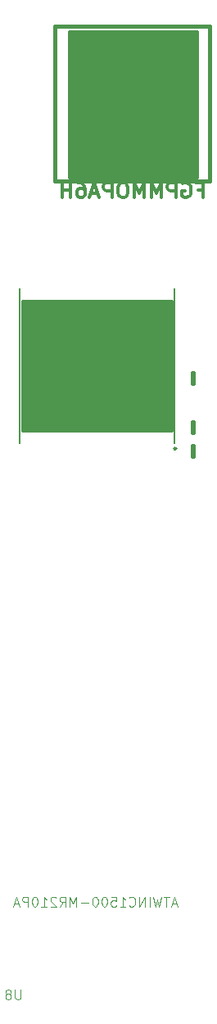
<source format=gbr>
G04 #@! TF.FileFunction,Legend,Bot*
%FSLAX46Y46*%
G04 Gerber Fmt 4.6, Leading zero omitted, Abs format (unit mm)*
G04 Created by KiCad (PCBNEW 4.0.6) date 06/09/17 17:37:38*
%MOMM*%
%LPD*%
G01*
G04 APERTURE LIST*
%ADD10C,0.100000*%
%ADD11C,0.300000*%
%ADD12C,0.150000*%
%ADD13C,0.381000*%
%ADD14C,0.304800*%
%ADD15C,0.050000*%
%ADD16C,0.254000*%
G04 APERTURE END LIST*
D10*
D11*
X20870711Y30770000D02*
G75*
G03X20870711Y30770000I-70711J0D01*
G01*
D12*
X20700000Y31370000D02*
X20700000Y47370000D01*
X4700000Y31370000D02*
X4700000Y47370000D01*
D13*
X8382000Y66403220D02*
X8382000Y58402220D01*
X8382000Y58402220D02*
X24384000Y58402220D01*
X24384000Y58402220D02*
X24384000Y72402700D01*
X24384000Y72402700D02*
X24384000Y74404220D01*
X24384000Y74404220D02*
X8382000Y74404220D01*
X8382000Y74404220D02*
X8382000Y66403220D01*
D14*
X17349143Y67461791D02*
X17349143Y66228077D01*
X17276571Y66082934D01*
X17204000Y66010363D01*
X17058857Y65937791D01*
X16768571Y65937791D01*
X16623429Y66010363D01*
X16550857Y66082934D01*
X16478286Y66228077D01*
X16478286Y67461791D01*
X15897715Y67461791D02*
X14881715Y67461791D01*
X15534858Y65937791D01*
X23168428Y57512857D02*
X23676428Y57512857D01*
X23676428Y56714571D02*
X23676428Y58238571D01*
X22950714Y58238571D01*
X21571856Y58166000D02*
X21716999Y58238571D01*
X21934713Y58238571D01*
X22152428Y58166000D01*
X22297570Y58020857D01*
X22370142Y57875714D01*
X22442713Y57585429D01*
X22442713Y57367714D01*
X22370142Y57077429D01*
X22297570Y56932286D01*
X22152428Y56787143D01*
X21934713Y56714571D01*
X21789570Y56714571D01*
X21571856Y56787143D01*
X21499285Y56859714D01*
X21499285Y57367714D01*
X21789570Y57367714D01*
X20846142Y56714571D02*
X20846142Y58238571D01*
X20265570Y58238571D01*
X20120428Y58166000D01*
X20047856Y58093429D01*
X19975285Y57948286D01*
X19975285Y57730571D01*
X20047856Y57585429D01*
X20120428Y57512857D01*
X20265570Y57440286D01*
X20846142Y57440286D01*
X19322142Y56714571D02*
X19322142Y58238571D01*
X18814142Y57150000D01*
X18306142Y58238571D01*
X18306142Y56714571D01*
X17580428Y56714571D02*
X17580428Y58238571D01*
X17072428Y57150000D01*
X16564428Y58238571D01*
X16564428Y56714571D01*
X15548428Y58238571D02*
X15258142Y58238571D01*
X15113000Y58166000D01*
X14967857Y58020857D01*
X14895285Y57730571D01*
X14895285Y57222571D01*
X14967857Y56932286D01*
X15113000Y56787143D01*
X15258142Y56714571D01*
X15548428Y56714571D01*
X15693571Y56787143D01*
X15838714Y56932286D01*
X15911285Y57222571D01*
X15911285Y57730571D01*
X15838714Y58020857D01*
X15693571Y58166000D01*
X15548428Y58238571D01*
X14242143Y56714571D02*
X14242143Y58238571D01*
X13661571Y58238571D01*
X13516429Y58166000D01*
X13443857Y58093429D01*
X13371286Y57948286D01*
X13371286Y57730571D01*
X13443857Y57585429D01*
X13516429Y57512857D01*
X13661571Y57440286D01*
X14242143Y57440286D01*
X12790714Y57150000D02*
X12065000Y57150000D01*
X12935857Y56714571D02*
X12427857Y58238571D01*
X11919857Y56714571D01*
X10758714Y58238571D02*
X11049000Y58238571D01*
X11194143Y58166000D01*
X11266714Y58093429D01*
X11411857Y57875714D01*
X11484428Y57585429D01*
X11484428Y57004857D01*
X11411857Y56859714D01*
X11339285Y56787143D01*
X11194143Y56714571D01*
X10903857Y56714571D01*
X10758714Y56787143D01*
X10686143Y56859714D01*
X10613571Y57004857D01*
X10613571Y57367714D01*
X10686143Y57512857D01*
X10758714Y57585429D01*
X10903857Y57658000D01*
X11194143Y57658000D01*
X11339285Y57585429D01*
X11411857Y57512857D01*
X11484428Y57367714D01*
X9960428Y56714571D02*
X9960428Y58238571D01*
X9960428Y57512857D02*
X9089571Y57512857D01*
X9089571Y56714571D02*
X9089571Y58238571D01*
X10164571Y59211391D02*
X11035428Y59211391D01*
X10600000Y59211391D02*
X10600000Y60735391D01*
X10745143Y60517677D01*
X10890285Y60372534D01*
X11035428Y60299963D01*
D15*
X4813805Y-25151612D02*
X4813805Y-25961136D01*
X4766186Y-26056374D01*
X4718567Y-26103993D01*
X4623329Y-26151612D01*
X4432852Y-26151612D01*
X4337614Y-26103993D01*
X4289995Y-26056374D01*
X4242376Y-25961136D01*
X4242376Y-25151612D01*
X3623329Y-25580183D02*
X3718567Y-25532564D01*
X3766186Y-25484945D01*
X3813805Y-25389707D01*
X3813805Y-25342088D01*
X3766186Y-25246850D01*
X3718567Y-25199231D01*
X3623329Y-25151612D01*
X3432852Y-25151612D01*
X3337614Y-25199231D01*
X3289995Y-25246850D01*
X3242376Y-25342088D01*
X3242376Y-25389707D01*
X3289995Y-25484945D01*
X3337614Y-25532564D01*
X3432852Y-25580183D01*
X3623329Y-25580183D01*
X3718567Y-25627802D01*
X3766186Y-25675421D01*
X3813805Y-25770660D01*
X3813805Y-25961136D01*
X3766186Y-26056374D01*
X3718567Y-26103993D01*
X3623329Y-26151612D01*
X3432852Y-26151612D01*
X3337614Y-26103993D01*
X3289995Y-26056374D01*
X3242376Y-25961136D01*
X3242376Y-25770660D01*
X3289995Y-25675421D01*
X3337614Y-25627802D01*
X3432852Y-25580183D01*
X20952362Y-16270267D02*
X20476171Y-16270267D01*
X21047600Y-16555981D02*
X20714267Y-15555981D01*
X20380933Y-16555981D01*
X20190457Y-15555981D02*
X19619028Y-15555981D01*
X19904743Y-16555981D02*
X19904743Y-15555981D01*
X19380933Y-15555981D02*
X19142838Y-16555981D01*
X18952361Y-15841695D01*
X18761885Y-16555981D01*
X18523790Y-15555981D01*
X18142838Y-16555981D02*
X18142838Y-15555981D01*
X17666648Y-16555981D02*
X17666648Y-15555981D01*
X17095219Y-16555981D01*
X17095219Y-15555981D01*
X16047600Y-16460743D02*
X16095219Y-16508362D01*
X16238076Y-16555981D01*
X16333314Y-16555981D01*
X16476172Y-16508362D01*
X16571410Y-16413124D01*
X16619029Y-16317886D01*
X16666648Y-16127410D01*
X16666648Y-15984552D01*
X16619029Y-15794076D01*
X16571410Y-15698838D01*
X16476172Y-15603600D01*
X16333314Y-15555981D01*
X16238076Y-15555981D01*
X16095219Y-15603600D01*
X16047600Y-15651219D01*
X15095219Y-16555981D02*
X15666648Y-16555981D01*
X15380934Y-16555981D02*
X15380934Y-15555981D01*
X15476172Y-15698838D01*
X15571410Y-15794076D01*
X15666648Y-15841695D01*
X14190457Y-15555981D02*
X14666648Y-15555981D01*
X14714267Y-16032171D01*
X14666648Y-15984552D01*
X14571410Y-15936933D01*
X14333314Y-15936933D01*
X14238076Y-15984552D01*
X14190457Y-16032171D01*
X14142838Y-16127410D01*
X14142838Y-16365505D01*
X14190457Y-16460743D01*
X14238076Y-16508362D01*
X14333314Y-16555981D01*
X14571410Y-16555981D01*
X14666648Y-16508362D01*
X14714267Y-16460743D01*
X13523791Y-15555981D02*
X13428552Y-15555981D01*
X13333314Y-15603600D01*
X13285695Y-15651219D01*
X13238076Y-15746457D01*
X13190457Y-15936933D01*
X13190457Y-16175029D01*
X13238076Y-16365505D01*
X13285695Y-16460743D01*
X13333314Y-16508362D01*
X13428552Y-16555981D01*
X13523791Y-16555981D01*
X13619029Y-16508362D01*
X13666648Y-16460743D01*
X13714267Y-16365505D01*
X13761886Y-16175029D01*
X13761886Y-15936933D01*
X13714267Y-15746457D01*
X13666648Y-15651219D01*
X13619029Y-15603600D01*
X13523791Y-15555981D01*
X12571410Y-15555981D02*
X12476171Y-15555981D01*
X12380933Y-15603600D01*
X12333314Y-15651219D01*
X12285695Y-15746457D01*
X12238076Y-15936933D01*
X12238076Y-16175029D01*
X12285695Y-16365505D01*
X12333314Y-16460743D01*
X12380933Y-16508362D01*
X12476171Y-16555981D01*
X12571410Y-16555981D01*
X12666648Y-16508362D01*
X12714267Y-16460743D01*
X12761886Y-16365505D01*
X12809505Y-16175029D01*
X12809505Y-15936933D01*
X12761886Y-15746457D01*
X12714267Y-15651219D01*
X12666648Y-15603600D01*
X12571410Y-15555981D01*
X11809505Y-16175029D02*
X11047600Y-16175029D01*
X10571410Y-16555981D02*
X10571410Y-15555981D01*
X10238076Y-16270267D01*
X9904743Y-15555981D01*
X9904743Y-16555981D01*
X8857124Y-16555981D02*
X9190458Y-16079790D01*
X9428553Y-16555981D02*
X9428553Y-15555981D01*
X9047600Y-15555981D01*
X8952362Y-15603600D01*
X8904743Y-15651219D01*
X8857124Y-15746457D01*
X8857124Y-15889314D01*
X8904743Y-15984552D01*
X8952362Y-16032171D01*
X9047600Y-16079790D01*
X9428553Y-16079790D01*
X8476172Y-15651219D02*
X8428553Y-15603600D01*
X8333315Y-15555981D01*
X8095219Y-15555981D01*
X7999981Y-15603600D01*
X7952362Y-15651219D01*
X7904743Y-15746457D01*
X7904743Y-15841695D01*
X7952362Y-15984552D01*
X8523791Y-16555981D01*
X7904743Y-16555981D01*
X6952362Y-16555981D02*
X7523791Y-16555981D01*
X7238077Y-16555981D02*
X7238077Y-15555981D01*
X7333315Y-15698838D01*
X7428553Y-15794076D01*
X7523791Y-15841695D01*
X6333315Y-15555981D02*
X6238076Y-15555981D01*
X6142838Y-15603600D01*
X6095219Y-15651219D01*
X6047600Y-15746457D01*
X5999981Y-15936933D01*
X5999981Y-16175029D01*
X6047600Y-16365505D01*
X6095219Y-16460743D01*
X6142838Y-16508362D01*
X6238076Y-16555981D01*
X6333315Y-16555981D01*
X6428553Y-16508362D01*
X6476172Y-16460743D01*
X6523791Y-16365505D01*
X6571410Y-16175029D01*
X6571410Y-15936933D01*
X6523791Y-15746457D01*
X6476172Y-15651219D01*
X6428553Y-15603600D01*
X6333315Y-15555981D01*
X5571410Y-16555981D02*
X5571410Y-15555981D01*
X5190457Y-15555981D01*
X5095219Y-15603600D01*
X5047600Y-15651219D01*
X4999981Y-15746457D01*
X4999981Y-15889314D01*
X5047600Y-15984552D01*
X5095219Y-16032171D01*
X5190457Y-16079790D01*
X5571410Y-16079790D01*
X4619029Y-16270267D02*
X4142838Y-16270267D01*
X4714267Y-16555981D02*
X4380934Y-15555981D01*
X4047600Y-16555981D01*
D16*
G36*
X20447000Y32639000D02*
X4953000Y32639000D01*
X4953000Y46101000D01*
X20447000Y46101000D01*
X20447000Y32639000D01*
X20447000Y32639000D01*
G37*
X20447000Y32639000D02*
X4953000Y32639000D01*
X4953000Y46101000D01*
X20447000Y46101000D01*
X20447000Y32639000D01*
G36*
X22733000Y37465000D02*
X22479000Y37465000D01*
X22479000Y38735000D01*
X22733000Y38735000D01*
X22733000Y37465000D01*
X22733000Y37465000D01*
G37*
X22733000Y37465000D02*
X22479000Y37465000D01*
X22479000Y38735000D01*
X22733000Y38735000D01*
X22733000Y37465000D01*
G36*
X22733000Y32385000D02*
X22479000Y32385000D01*
X22479000Y33655000D01*
X22733000Y33655000D01*
X22733000Y32385000D01*
X22733000Y32385000D01*
G37*
X22733000Y32385000D02*
X22479000Y32385000D01*
X22479000Y33655000D01*
X22733000Y33655000D01*
X22733000Y32385000D01*
G36*
X22733000Y29864293D02*
X22479000Y29864293D01*
X22479000Y31134293D01*
X22733000Y31134293D01*
X22733000Y29864293D01*
X22733000Y29864293D01*
G37*
X22733000Y29864293D02*
X22479000Y29864293D01*
X22479000Y31134293D01*
X22733000Y31134293D01*
X22733000Y29864293D01*
G36*
X23114000Y58765166D02*
X9768000Y58765166D01*
X9768000Y73961166D01*
X23114000Y73961166D01*
X23114000Y58765166D01*
X23114000Y58765166D01*
G37*
X23114000Y58765166D02*
X9768000Y58765166D01*
X9768000Y73961166D01*
X23114000Y73961166D01*
X23114000Y58765166D01*
M02*

</source>
